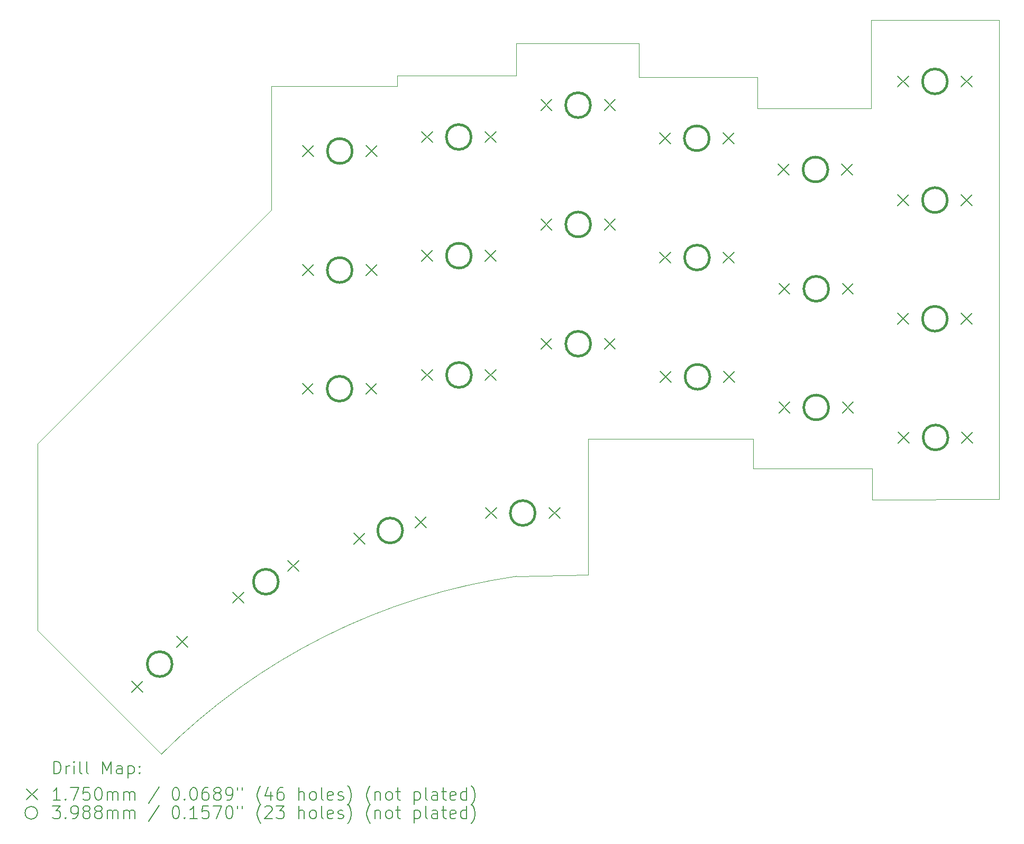
<source format=gbr>
%TF.GenerationSoftware,KiCad,Pcbnew,7.0.10-7.0.10~ubuntu23.10.1*%
%TF.CreationDate,2024-01-07T20:04:24-05:00*%
%TF.ProjectId,Right PCB,52696768-7420-4504-9342-2e6b69636164,rev?*%
%TF.SameCoordinates,Original*%
%TF.FileFunction,Drillmap*%
%TF.FilePolarity,Positive*%
%FSLAX45Y45*%
G04 Gerber Fmt 4.5, Leading zero omitted, Abs format (unit mm)*
G04 Created by KiCad (PCBNEW 7.0.10-7.0.10~ubuntu23.10.1) date 2024-01-07 20:04:24*
%MOMM*%
%LPD*%
G01*
G04 APERTURE LIST*
%ADD10C,0.100000*%
%ADD11C,0.200000*%
%ADD12C,0.175000*%
%ADD13C,0.398780*%
G04 APERTURE END LIST*
D10*
X7660000Y-7030000D02*
X7660000Y-5050000D01*
X3920000Y-10770000D02*
X7660000Y-7030000D01*
X3920000Y-13760000D02*
X3920000Y-10770000D01*
X9670000Y-5050000D02*
X7660000Y-5050000D01*
X17280000Y-11170000D02*
X17280000Y-11670000D01*
X17260000Y-3990000D02*
X17260000Y-5120000D01*
X15440000Y-4900000D02*
X13540000Y-4900000D01*
X12730000Y-10690000D02*
X15370000Y-10690000D01*
X19310000Y-4070000D02*
X19310000Y-3990000D01*
X13540000Y-4360000D02*
X11580000Y-4360000D01*
X11580000Y-4880000D02*
X9680000Y-4880000D01*
X17260000Y-5400000D02*
X15440000Y-5400000D01*
X19310000Y-4070000D02*
X19310000Y-11660000D01*
X11585825Y-12893208D02*
G75*
G03*
X5899824Y-15739824I1434175J-9966792D01*
G01*
X15440000Y-5400000D02*
X15440000Y-4900000D01*
X9670000Y-4880000D02*
X9670000Y-5050000D01*
X11585825Y-12893208D02*
X12730000Y-12870000D01*
X12730000Y-12870000D02*
X12730000Y-10690000D01*
X13540000Y-4900000D02*
X13540000Y-4360000D01*
X17260000Y-5120000D02*
X17260000Y-5400000D01*
X15370000Y-11170000D02*
X17280000Y-11170000D01*
X17280000Y-11670000D02*
X19310000Y-11660000D01*
X9670000Y-4880000D02*
X9680000Y-4880000D01*
X11580000Y-4360000D02*
X11580000Y-4880000D01*
X5899824Y-15739824D02*
X3920000Y-13760000D01*
X15370000Y-10690000D02*
X15370000Y-11170000D01*
X19310000Y-3990000D02*
X17260000Y-3990000D01*
D11*
D12*
X5424080Y-14570920D02*
X5599080Y-14745920D01*
X5599080Y-14570920D02*
X5424080Y-14745920D01*
X6142500Y-13852500D02*
X6317500Y-14027500D01*
X6317500Y-13852500D02*
X6142500Y-14027500D01*
X7042559Y-13146500D02*
X7217559Y-13321500D01*
X7217559Y-13146500D02*
X7042559Y-13321500D01*
X7922441Y-12638500D02*
X8097441Y-12813500D01*
X8097441Y-12638500D02*
X7922441Y-12813500D01*
X8154500Y-9802500D02*
X8329500Y-9977500D01*
X8329500Y-9802500D02*
X8154500Y-9977500D01*
X8156500Y-7902500D02*
X8331500Y-8077500D01*
X8331500Y-7902500D02*
X8156500Y-8077500D01*
X8158500Y-5996500D02*
X8333500Y-6171500D01*
X8333500Y-5996500D02*
X8158500Y-6171500D01*
X8981810Y-12203980D02*
X9156810Y-12378980D01*
X9156810Y-12203980D02*
X8981810Y-12378980D01*
X9170500Y-9802500D02*
X9345500Y-9977500D01*
X9345500Y-9802500D02*
X9170500Y-9977500D01*
X9172500Y-7902500D02*
X9347500Y-8077500D01*
X9347500Y-7902500D02*
X9172500Y-8077500D01*
X9174500Y-5996500D02*
X9349500Y-6171500D01*
X9349500Y-5996500D02*
X9174500Y-6171500D01*
X9963190Y-11941020D02*
X10138190Y-12116020D01*
X10138190Y-11941020D02*
X9963190Y-12116020D01*
X10062500Y-5772500D02*
X10237500Y-5947500D01*
X10237500Y-5772500D02*
X10062500Y-5947500D01*
X10064500Y-7672500D02*
X10239500Y-7847500D01*
X10239500Y-7672500D02*
X10064500Y-7847500D01*
X10066500Y-9582500D02*
X10241500Y-9757500D01*
X10241500Y-9582500D02*
X10066500Y-9757500D01*
X11078500Y-5772500D02*
X11253500Y-5947500D01*
X11253500Y-5772500D02*
X11078500Y-5947500D01*
X11080500Y-7672500D02*
X11255500Y-7847500D01*
X11255500Y-7672500D02*
X11080500Y-7847500D01*
X11082500Y-9582500D02*
X11257500Y-9757500D01*
X11257500Y-9582500D02*
X11082500Y-9757500D01*
X11086500Y-11792500D02*
X11261500Y-11967500D01*
X11261500Y-11792500D02*
X11086500Y-11967500D01*
X11972500Y-5262500D02*
X12147500Y-5437500D01*
X12147500Y-5262500D02*
X11972500Y-5437500D01*
X11974500Y-7172500D02*
X12149500Y-7347500D01*
X12149500Y-7172500D02*
X11974500Y-7347500D01*
X11974500Y-9082500D02*
X12149500Y-9257500D01*
X12149500Y-9082500D02*
X11974500Y-9257500D01*
X12102500Y-11792500D02*
X12277500Y-11967500D01*
X12277500Y-11792500D02*
X12102500Y-11967500D01*
X12988500Y-5262500D02*
X13163500Y-5437500D01*
X13163500Y-5262500D02*
X12988500Y-5437500D01*
X12990500Y-7172500D02*
X13165500Y-7347500D01*
X13165500Y-7172500D02*
X12990500Y-7347500D01*
X12990500Y-9082500D02*
X13165500Y-9257500D01*
X13165500Y-9082500D02*
X12990500Y-9257500D01*
X13872500Y-5792500D02*
X14047500Y-5967500D01*
X14047500Y-5792500D02*
X13872500Y-5967500D01*
X13876500Y-7702500D02*
X14051500Y-7877500D01*
X14051500Y-7702500D02*
X13876500Y-7877500D01*
X13884500Y-9612500D02*
X14059500Y-9787500D01*
X14059500Y-9612500D02*
X13884500Y-9787500D01*
X14888500Y-5792500D02*
X15063500Y-5967500D01*
X15063500Y-5792500D02*
X14888500Y-5967500D01*
X14892500Y-7702500D02*
X15067500Y-7877500D01*
X15067500Y-7702500D02*
X14892500Y-7877500D01*
X14900500Y-9612500D02*
X15075500Y-9787500D01*
X15075500Y-9612500D02*
X14900500Y-9787500D01*
X15772500Y-6292500D02*
X15947500Y-6467500D01*
X15947500Y-6292500D02*
X15772500Y-6467500D01*
X15784500Y-8202500D02*
X15959500Y-8377500D01*
X15959500Y-8202500D02*
X15784500Y-8377500D01*
X15784500Y-10102500D02*
X15959500Y-10277500D01*
X15959500Y-10102500D02*
X15784500Y-10277500D01*
X16788500Y-6292500D02*
X16963500Y-6467500D01*
X16963500Y-6292500D02*
X16788500Y-6467500D01*
X16800500Y-8202500D02*
X16975500Y-8377500D01*
X16975500Y-8202500D02*
X16800500Y-8377500D01*
X16800500Y-10102500D02*
X16975500Y-10277500D01*
X16975500Y-10102500D02*
X16800500Y-10277500D01*
X17684500Y-4882500D02*
X17859500Y-5057500D01*
X17859500Y-4882500D02*
X17684500Y-5057500D01*
X17684500Y-6782500D02*
X17859500Y-6957500D01*
X17859500Y-6782500D02*
X17684500Y-6957500D01*
X17684500Y-8682500D02*
X17859500Y-8857500D01*
X17859500Y-8682500D02*
X17684500Y-8857500D01*
X17694500Y-10582500D02*
X17869500Y-10757500D01*
X17869500Y-10582500D02*
X17694500Y-10757500D01*
X18700500Y-4882500D02*
X18875500Y-5057500D01*
X18875500Y-4882500D02*
X18700500Y-5057500D01*
X18700500Y-6782500D02*
X18875500Y-6957500D01*
X18875500Y-6782500D02*
X18700500Y-6957500D01*
X18700500Y-8682500D02*
X18875500Y-8857500D01*
X18875500Y-8682500D02*
X18700500Y-8857500D01*
X18710500Y-10582500D02*
X18885500Y-10757500D01*
X18885500Y-10582500D02*
X18710500Y-10757500D01*
D13*
X6070180Y-14299210D02*
G75*
G03*
X5671400Y-14299210I-199390J0D01*
G01*
X5671400Y-14299210D02*
G75*
G03*
X6070180Y-14299210I199390J0D01*
G01*
X7769390Y-12980000D02*
G75*
G03*
X7370610Y-12980000I-199390J0D01*
G01*
X7370610Y-12980000D02*
G75*
G03*
X7769390Y-12980000I199390J0D01*
G01*
X8949390Y-9890000D02*
G75*
G03*
X8550610Y-9890000I-199390J0D01*
G01*
X8550610Y-9890000D02*
G75*
G03*
X8949390Y-9890000I199390J0D01*
G01*
X8951390Y-7990000D02*
G75*
G03*
X8552610Y-7990000I-199390J0D01*
G01*
X8552610Y-7990000D02*
G75*
G03*
X8951390Y-7990000I199390J0D01*
G01*
X8953390Y-6084000D02*
G75*
G03*
X8554610Y-6084000I-199390J0D01*
G01*
X8554610Y-6084000D02*
G75*
G03*
X8953390Y-6084000I199390J0D01*
G01*
X9759390Y-12160000D02*
G75*
G03*
X9360610Y-12160000I-199390J0D01*
G01*
X9360610Y-12160000D02*
G75*
G03*
X9759390Y-12160000I199390J0D01*
G01*
X10857390Y-5860000D02*
G75*
G03*
X10458610Y-5860000I-199390J0D01*
G01*
X10458610Y-5860000D02*
G75*
G03*
X10857390Y-5860000I199390J0D01*
G01*
X10859390Y-7760000D02*
G75*
G03*
X10460610Y-7760000I-199390J0D01*
G01*
X10460610Y-7760000D02*
G75*
G03*
X10859390Y-7760000I199390J0D01*
G01*
X10861390Y-9670000D02*
G75*
G03*
X10462610Y-9670000I-199390J0D01*
G01*
X10462610Y-9670000D02*
G75*
G03*
X10861390Y-9670000I199390J0D01*
G01*
X11881390Y-11880000D02*
G75*
G03*
X11482610Y-11880000I-199390J0D01*
G01*
X11482610Y-11880000D02*
G75*
G03*
X11881390Y-11880000I199390J0D01*
G01*
X12767390Y-5350000D02*
G75*
G03*
X12368610Y-5350000I-199390J0D01*
G01*
X12368610Y-5350000D02*
G75*
G03*
X12767390Y-5350000I199390J0D01*
G01*
X12769390Y-7260000D02*
G75*
G03*
X12370610Y-7260000I-199390J0D01*
G01*
X12370610Y-7260000D02*
G75*
G03*
X12769390Y-7260000I199390J0D01*
G01*
X12769390Y-9170000D02*
G75*
G03*
X12370610Y-9170000I-199390J0D01*
G01*
X12370610Y-9170000D02*
G75*
G03*
X12769390Y-9170000I199390J0D01*
G01*
X14667390Y-5880000D02*
G75*
G03*
X14268610Y-5880000I-199390J0D01*
G01*
X14268610Y-5880000D02*
G75*
G03*
X14667390Y-5880000I199390J0D01*
G01*
X14671390Y-7790000D02*
G75*
G03*
X14272610Y-7790000I-199390J0D01*
G01*
X14272610Y-7790000D02*
G75*
G03*
X14671390Y-7790000I199390J0D01*
G01*
X14679390Y-9700000D02*
G75*
G03*
X14280610Y-9700000I-199390J0D01*
G01*
X14280610Y-9700000D02*
G75*
G03*
X14679390Y-9700000I199390J0D01*
G01*
X16567390Y-6380000D02*
G75*
G03*
X16168610Y-6380000I-199390J0D01*
G01*
X16168610Y-6380000D02*
G75*
G03*
X16567390Y-6380000I199390J0D01*
G01*
X16579390Y-8290000D02*
G75*
G03*
X16180610Y-8290000I-199390J0D01*
G01*
X16180610Y-8290000D02*
G75*
G03*
X16579390Y-8290000I199390J0D01*
G01*
X16579390Y-10190000D02*
G75*
G03*
X16180610Y-10190000I-199390J0D01*
G01*
X16180610Y-10190000D02*
G75*
G03*
X16579390Y-10190000I199390J0D01*
G01*
X18479390Y-4970000D02*
G75*
G03*
X18080610Y-4970000I-199390J0D01*
G01*
X18080610Y-4970000D02*
G75*
G03*
X18479390Y-4970000I199390J0D01*
G01*
X18479390Y-6870000D02*
G75*
G03*
X18080610Y-6870000I-199390J0D01*
G01*
X18080610Y-6870000D02*
G75*
G03*
X18479390Y-6870000I199390J0D01*
G01*
X18479390Y-8770000D02*
G75*
G03*
X18080610Y-8770000I-199390J0D01*
G01*
X18080610Y-8770000D02*
G75*
G03*
X18479390Y-8770000I199390J0D01*
G01*
X18489390Y-10670000D02*
G75*
G03*
X18090610Y-10670000I-199390J0D01*
G01*
X18090610Y-10670000D02*
G75*
G03*
X18489390Y-10670000I199390J0D01*
G01*
D11*
X4175777Y-16056308D02*
X4175777Y-15856308D01*
X4175777Y-15856308D02*
X4223396Y-15856308D01*
X4223396Y-15856308D02*
X4251967Y-15865832D01*
X4251967Y-15865832D02*
X4271015Y-15884880D01*
X4271015Y-15884880D02*
X4280539Y-15903927D01*
X4280539Y-15903927D02*
X4290063Y-15942022D01*
X4290063Y-15942022D02*
X4290063Y-15970594D01*
X4290063Y-15970594D02*
X4280539Y-16008689D01*
X4280539Y-16008689D02*
X4271015Y-16027737D01*
X4271015Y-16027737D02*
X4251967Y-16046784D01*
X4251967Y-16046784D02*
X4223396Y-16056308D01*
X4223396Y-16056308D02*
X4175777Y-16056308D01*
X4375777Y-16056308D02*
X4375777Y-15922975D01*
X4375777Y-15961070D02*
X4385301Y-15942022D01*
X4385301Y-15942022D02*
X4394824Y-15932499D01*
X4394824Y-15932499D02*
X4413872Y-15922975D01*
X4413872Y-15922975D02*
X4432920Y-15922975D01*
X4499586Y-16056308D02*
X4499586Y-15922975D01*
X4499586Y-15856308D02*
X4490063Y-15865832D01*
X4490063Y-15865832D02*
X4499586Y-15875356D01*
X4499586Y-15875356D02*
X4509110Y-15865832D01*
X4509110Y-15865832D02*
X4499586Y-15856308D01*
X4499586Y-15856308D02*
X4499586Y-15875356D01*
X4623396Y-16056308D02*
X4604348Y-16046784D01*
X4604348Y-16046784D02*
X4594824Y-16027737D01*
X4594824Y-16027737D02*
X4594824Y-15856308D01*
X4728158Y-16056308D02*
X4709110Y-16046784D01*
X4709110Y-16046784D02*
X4699586Y-16027737D01*
X4699586Y-16027737D02*
X4699586Y-15856308D01*
X4956729Y-16056308D02*
X4956729Y-15856308D01*
X4956729Y-15856308D02*
X5023396Y-15999165D01*
X5023396Y-15999165D02*
X5090063Y-15856308D01*
X5090063Y-15856308D02*
X5090063Y-16056308D01*
X5271015Y-16056308D02*
X5271015Y-15951546D01*
X5271015Y-15951546D02*
X5261491Y-15932499D01*
X5261491Y-15932499D02*
X5242444Y-15922975D01*
X5242444Y-15922975D02*
X5204348Y-15922975D01*
X5204348Y-15922975D02*
X5185301Y-15932499D01*
X5271015Y-16046784D02*
X5251967Y-16056308D01*
X5251967Y-16056308D02*
X5204348Y-16056308D01*
X5204348Y-16056308D02*
X5185301Y-16046784D01*
X5185301Y-16046784D02*
X5175777Y-16027737D01*
X5175777Y-16027737D02*
X5175777Y-16008689D01*
X5175777Y-16008689D02*
X5185301Y-15989642D01*
X5185301Y-15989642D02*
X5204348Y-15980118D01*
X5204348Y-15980118D02*
X5251967Y-15980118D01*
X5251967Y-15980118D02*
X5271015Y-15970594D01*
X5366253Y-15922975D02*
X5366253Y-16122975D01*
X5366253Y-15932499D02*
X5385301Y-15922975D01*
X5385301Y-15922975D02*
X5423396Y-15922975D01*
X5423396Y-15922975D02*
X5442444Y-15932499D01*
X5442444Y-15932499D02*
X5451967Y-15942022D01*
X5451967Y-15942022D02*
X5461491Y-15961070D01*
X5461491Y-15961070D02*
X5461491Y-16018213D01*
X5461491Y-16018213D02*
X5451967Y-16037261D01*
X5451967Y-16037261D02*
X5442444Y-16046784D01*
X5442444Y-16046784D02*
X5423396Y-16056308D01*
X5423396Y-16056308D02*
X5385301Y-16056308D01*
X5385301Y-16056308D02*
X5366253Y-16046784D01*
X5547205Y-16037261D02*
X5556729Y-16046784D01*
X5556729Y-16046784D02*
X5547205Y-16056308D01*
X5547205Y-16056308D02*
X5537682Y-16046784D01*
X5537682Y-16046784D02*
X5547205Y-16037261D01*
X5547205Y-16037261D02*
X5547205Y-16056308D01*
X5547205Y-15932499D02*
X5556729Y-15942022D01*
X5556729Y-15942022D02*
X5547205Y-15951546D01*
X5547205Y-15951546D02*
X5537682Y-15942022D01*
X5537682Y-15942022D02*
X5547205Y-15932499D01*
X5547205Y-15932499D02*
X5547205Y-15951546D01*
D12*
X3740000Y-16297324D02*
X3915000Y-16472324D01*
X3915000Y-16297324D02*
X3740000Y-16472324D01*
D11*
X4280539Y-16476308D02*
X4166253Y-16476308D01*
X4223396Y-16476308D02*
X4223396Y-16276308D01*
X4223396Y-16276308D02*
X4204348Y-16304880D01*
X4204348Y-16304880D02*
X4185301Y-16323927D01*
X4185301Y-16323927D02*
X4166253Y-16333451D01*
X4366253Y-16457261D02*
X4375777Y-16466784D01*
X4375777Y-16466784D02*
X4366253Y-16476308D01*
X4366253Y-16476308D02*
X4356729Y-16466784D01*
X4356729Y-16466784D02*
X4366253Y-16457261D01*
X4366253Y-16457261D02*
X4366253Y-16476308D01*
X4442444Y-16276308D02*
X4575777Y-16276308D01*
X4575777Y-16276308D02*
X4490063Y-16476308D01*
X4747205Y-16276308D02*
X4651967Y-16276308D01*
X4651967Y-16276308D02*
X4642444Y-16371546D01*
X4642444Y-16371546D02*
X4651967Y-16362022D01*
X4651967Y-16362022D02*
X4671015Y-16352499D01*
X4671015Y-16352499D02*
X4718634Y-16352499D01*
X4718634Y-16352499D02*
X4737682Y-16362022D01*
X4737682Y-16362022D02*
X4747205Y-16371546D01*
X4747205Y-16371546D02*
X4756729Y-16390594D01*
X4756729Y-16390594D02*
X4756729Y-16438213D01*
X4756729Y-16438213D02*
X4747205Y-16457261D01*
X4747205Y-16457261D02*
X4737682Y-16466784D01*
X4737682Y-16466784D02*
X4718634Y-16476308D01*
X4718634Y-16476308D02*
X4671015Y-16476308D01*
X4671015Y-16476308D02*
X4651967Y-16466784D01*
X4651967Y-16466784D02*
X4642444Y-16457261D01*
X4880539Y-16276308D02*
X4899586Y-16276308D01*
X4899586Y-16276308D02*
X4918634Y-16285832D01*
X4918634Y-16285832D02*
X4928158Y-16295356D01*
X4928158Y-16295356D02*
X4937682Y-16314403D01*
X4937682Y-16314403D02*
X4947205Y-16352499D01*
X4947205Y-16352499D02*
X4947205Y-16400118D01*
X4947205Y-16400118D02*
X4937682Y-16438213D01*
X4937682Y-16438213D02*
X4928158Y-16457261D01*
X4928158Y-16457261D02*
X4918634Y-16466784D01*
X4918634Y-16466784D02*
X4899586Y-16476308D01*
X4899586Y-16476308D02*
X4880539Y-16476308D01*
X4880539Y-16476308D02*
X4861491Y-16466784D01*
X4861491Y-16466784D02*
X4851967Y-16457261D01*
X4851967Y-16457261D02*
X4842444Y-16438213D01*
X4842444Y-16438213D02*
X4832920Y-16400118D01*
X4832920Y-16400118D02*
X4832920Y-16352499D01*
X4832920Y-16352499D02*
X4842444Y-16314403D01*
X4842444Y-16314403D02*
X4851967Y-16295356D01*
X4851967Y-16295356D02*
X4861491Y-16285832D01*
X4861491Y-16285832D02*
X4880539Y-16276308D01*
X5032920Y-16476308D02*
X5032920Y-16342975D01*
X5032920Y-16362022D02*
X5042444Y-16352499D01*
X5042444Y-16352499D02*
X5061491Y-16342975D01*
X5061491Y-16342975D02*
X5090063Y-16342975D01*
X5090063Y-16342975D02*
X5109110Y-16352499D01*
X5109110Y-16352499D02*
X5118634Y-16371546D01*
X5118634Y-16371546D02*
X5118634Y-16476308D01*
X5118634Y-16371546D02*
X5128158Y-16352499D01*
X5128158Y-16352499D02*
X5147205Y-16342975D01*
X5147205Y-16342975D02*
X5175777Y-16342975D01*
X5175777Y-16342975D02*
X5194825Y-16352499D01*
X5194825Y-16352499D02*
X5204348Y-16371546D01*
X5204348Y-16371546D02*
X5204348Y-16476308D01*
X5299586Y-16476308D02*
X5299586Y-16342975D01*
X5299586Y-16362022D02*
X5309110Y-16352499D01*
X5309110Y-16352499D02*
X5328158Y-16342975D01*
X5328158Y-16342975D02*
X5356729Y-16342975D01*
X5356729Y-16342975D02*
X5375777Y-16352499D01*
X5375777Y-16352499D02*
X5385301Y-16371546D01*
X5385301Y-16371546D02*
X5385301Y-16476308D01*
X5385301Y-16371546D02*
X5394825Y-16352499D01*
X5394825Y-16352499D02*
X5413872Y-16342975D01*
X5413872Y-16342975D02*
X5442444Y-16342975D01*
X5442444Y-16342975D02*
X5461491Y-16352499D01*
X5461491Y-16352499D02*
X5471015Y-16371546D01*
X5471015Y-16371546D02*
X5471015Y-16476308D01*
X5861491Y-16266784D02*
X5690063Y-16523927D01*
X6118634Y-16276308D02*
X6137682Y-16276308D01*
X6137682Y-16276308D02*
X6156729Y-16285832D01*
X6156729Y-16285832D02*
X6166253Y-16295356D01*
X6166253Y-16295356D02*
X6175777Y-16314403D01*
X6175777Y-16314403D02*
X6185301Y-16352499D01*
X6185301Y-16352499D02*
X6185301Y-16400118D01*
X6185301Y-16400118D02*
X6175777Y-16438213D01*
X6175777Y-16438213D02*
X6166253Y-16457261D01*
X6166253Y-16457261D02*
X6156729Y-16466784D01*
X6156729Y-16466784D02*
X6137682Y-16476308D01*
X6137682Y-16476308D02*
X6118634Y-16476308D01*
X6118634Y-16476308D02*
X6099586Y-16466784D01*
X6099586Y-16466784D02*
X6090063Y-16457261D01*
X6090063Y-16457261D02*
X6080539Y-16438213D01*
X6080539Y-16438213D02*
X6071015Y-16400118D01*
X6071015Y-16400118D02*
X6071015Y-16352499D01*
X6071015Y-16352499D02*
X6080539Y-16314403D01*
X6080539Y-16314403D02*
X6090063Y-16295356D01*
X6090063Y-16295356D02*
X6099586Y-16285832D01*
X6099586Y-16285832D02*
X6118634Y-16276308D01*
X6271015Y-16457261D02*
X6280539Y-16466784D01*
X6280539Y-16466784D02*
X6271015Y-16476308D01*
X6271015Y-16476308D02*
X6261491Y-16466784D01*
X6261491Y-16466784D02*
X6271015Y-16457261D01*
X6271015Y-16457261D02*
X6271015Y-16476308D01*
X6404348Y-16276308D02*
X6423396Y-16276308D01*
X6423396Y-16276308D02*
X6442444Y-16285832D01*
X6442444Y-16285832D02*
X6451967Y-16295356D01*
X6451967Y-16295356D02*
X6461491Y-16314403D01*
X6461491Y-16314403D02*
X6471015Y-16352499D01*
X6471015Y-16352499D02*
X6471015Y-16400118D01*
X6471015Y-16400118D02*
X6461491Y-16438213D01*
X6461491Y-16438213D02*
X6451967Y-16457261D01*
X6451967Y-16457261D02*
X6442444Y-16466784D01*
X6442444Y-16466784D02*
X6423396Y-16476308D01*
X6423396Y-16476308D02*
X6404348Y-16476308D01*
X6404348Y-16476308D02*
X6385301Y-16466784D01*
X6385301Y-16466784D02*
X6375777Y-16457261D01*
X6375777Y-16457261D02*
X6366253Y-16438213D01*
X6366253Y-16438213D02*
X6356729Y-16400118D01*
X6356729Y-16400118D02*
X6356729Y-16352499D01*
X6356729Y-16352499D02*
X6366253Y-16314403D01*
X6366253Y-16314403D02*
X6375777Y-16295356D01*
X6375777Y-16295356D02*
X6385301Y-16285832D01*
X6385301Y-16285832D02*
X6404348Y-16276308D01*
X6642444Y-16276308D02*
X6604348Y-16276308D01*
X6604348Y-16276308D02*
X6585301Y-16285832D01*
X6585301Y-16285832D02*
X6575777Y-16295356D01*
X6575777Y-16295356D02*
X6556729Y-16323927D01*
X6556729Y-16323927D02*
X6547206Y-16362022D01*
X6547206Y-16362022D02*
X6547206Y-16438213D01*
X6547206Y-16438213D02*
X6556729Y-16457261D01*
X6556729Y-16457261D02*
X6566253Y-16466784D01*
X6566253Y-16466784D02*
X6585301Y-16476308D01*
X6585301Y-16476308D02*
X6623396Y-16476308D01*
X6623396Y-16476308D02*
X6642444Y-16466784D01*
X6642444Y-16466784D02*
X6651967Y-16457261D01*
X6651967Y-16457261D02*
X6661491Y-16438213D01*
X6661491Y-16438213D02*
X6661491Y-16390594D01*
X6661491Y-16390594D02*
X6651967Y-16371546D01*
X6651967Y-16371546D02*
X6642444Y-16362022D01*
X6642444Y-16362022D02*
X6623396Y-16352499D01*
X6623396Y-16352499D02*
X6585301Y-16352499D01*
X6585301Y-16352499D02*
X6566253Y-16362022D01*
X6566253Y-16362022D02*
X6556729Y-16371546D01*
X6556729Y-16371546D02*
X6547206Y-16390594D01*
X6775777Y-16362022D02*
X6756729Y-16352499D01*
X6756729Y-16352499D02*
X6747206Y-16342975D01*
X6747206Y-16342975D02*
X6737682Y-16323927D01*
X6737682Y-16323927D02*
X6737682Y-16314403D01*
X6737682Y-16314403D02*
X6747206Y-16295356D01*
X6747206Y-16295356D02*
X6756729Y-16285832D01*
X6756729Y-16285832D02*
X6775777Y-16276308D01*
X6775777Y-16276308D02*
X6813872Y-16276308D01*
X6813872Y-16276308D02*
X6832920Y-16285832D01*
X6832920Y-16285832D02*
X6842444Y-16295356D01*
X6842444Y-16295356D02*
X6851967Y-16314403D01*
X6851967Y-16314403D02*
X6851967Y-16323927D01*
X6851967Y-16323927D02*
X6842444Y-16342975D01*
X6842444Y-16342975D02*
X6832920Y-16352499D01*
X6832920Y-16352499D02*
X6813872Y-16362022D01*
X6813872Y-16362022D02*
X6775777Y-16362022D01*
X6775777Y-16362022D02*
X6756729Y-16371546D01*
X6756729Y-16371546D02*
X6747206Y-16381070D01*
X6747206Y-16381070D02*
X6737682Y-16400118D01*
X6737682Y-16400118D02*
X6737682Y-16438213D01*
X6737682Y-16438213D02*
X6747206Y-16457261D01*
X6747206Y-16457261D02*
X6756729Y-16466784D01*
X6756729Y-16466784D02*
X6775777Y-16476308D01*
X6775777Y-16476308D02*
X6813872Y-16476308D01*
X6813872Y-16476308D02*
X6832920Y-16466784D01*
X6832920Y-16466784D02*
X6842444Y-16457261D01*
X6842444Y-16457261D02*
X6851967Y-16438213D01*
X6851967Y-16438213D02*
X6851967Y-16400118D01*
X6851967Y-16400118D02*
X6842444Y-16381070D01*
X6842444Y-16381070D02*
X6832920Y-16371546D01*
X6832920Y-16371546D02*
X6813872Y-16362022D01*
X6947206Y-16476308D02*
X6985301Y-16476308D01*
X6985301Y-16476308D02*
X7004348Y-16466784D01*
X7004348Y-16466784D02*
X7013872Y-16457261D01*
X7013872Y-16457261D02*
X7032920Y-16428689D01*
X7032920Y-16428689D02*
X7042444Y-16390594D01*
X7042444Y-16390594D02*
X7042444Y-16314403D01*
X7042444Y-16314403D02*
X7032920Y-16295356D01*
X7032920Y-16295356D02*
X7023396Y-16285832D01*
X7023396Y-16285832D02*
X7004348Y-16276308D01*
X7004348Y-16276308D02*
X6966253Y-16276308D01*
X6966253Y-16276308D02*
X6947206Y-16285832D01*
X6947206Y-16285832D02*
X6937682Y-16295356D01*
X6937682Y-16295356D02*
X6928158Y-16314403D01*
X6928158Y-16314403D02*
X6928158Y-16362022D01*
X6928158Y-16362022D02*
X6937682Y-16381070D01*
X6937682Y-16381070D02*
X6947206Y-16390594D01*
X6947206Y-16390594D02*
X6966253Y-16400118D01*
X6966253Y-16400118D02*
X7004348Y-16400118D01*
X7004348Y-16400118D02*
X7023396Y-16390594D01*
X7023396Y-16390594D02*
X7032920Y-16381070D01*
X7032920Y-16381070D02*
X7042444Y-16362022D01*
X7118634Y-16276308D02*
X7118634Y-16314403D01*
X7194825Y-16276308D02*
X7194825Y-16314403D01*
X7490063Y-16552499D02*
X7480539Y-16542975D01*
X7480539Y-16542975D02*
X7461491Y-16514403D01*
X7461491Y-16514403D02*
X7451968Y-16495356D01*
X7451968Y-16495356D02*
X7442444Y-16466784D01*
X7442444Y-16466784D02*
X7432920Y-16419165D01*
X7432920Y-16419165D02*
X7432920Y-16381070D01*
X7432920Y-16381070D02*
X7442444Y-16333451D01*
X7442444Y-16333451D02*
X7451968Y-16304880D01*
X7451968Y-16304880D02*
X7461491Y-16285832D01*
X7461491Y-16285832D02*
X7480539Y-16257261D01*
X7480539Y-16257261D02*
X7490063Y-16247737D01*
X7651968Y-16342975D02*
X7651968Y-16476308D01*
X7604348Y-16266784D02*
X7556729Y-16409642D01*
X7556729Y-16409642D02*
X7680539Y-16409642D01*
X7842444Y-16276308D02*
X7804348Y-16276308D01*
X7804348Y-16276308D02*
X7785301Y-16285832D01*
X7785301Y-16285832D02*
X7775777Y-16295356D01*
X7775777Y-16295356D02*
X7756729Y-16323927D01*
X7756729Y-16323927D02*
X7747206Y-16362022D01*
X7747206Y-16362022D02*
X7747206Y-16438213D01*
X7747206Y-16438213D02*
X7756729Y-16457261D01*
X7756729Y-16457261D02*
X7766253Y-16466784D01*
X7766253Y-16466784D02*
X7785301Y-16476308D01*
X7785301Y-16476308D02*
X7823396Y-16476308D01*
X7823396Y-16476308D02*
X7842444Y-16466784D01*
X7842444Y-16466784D02*
X7851968Y-16457261D01*
X7851968Y-16457261D02*
X7861491Y-16438213D01*
X7861491Y-16438213D02*
X7861491Y-16390594D01*
X7861491Y-16390594D02*
X7851968Y-16371546D01*
X7851968Y-16371546D02*
X7842444Y-16362022D01*
X7842444Y-16362022D02*
X7823396Y-16352499D01*
X7823396Y-16352499D02*
X7785301Y-16352499D01*
X7785301Y-16352499D02*
X7766253Y-16362022D01*
X7766253Y-16362022D02*
X7756729Y-16371546D01*
X7756729Y-16371546D02*
X7747206Y-16390594D01*
X8099587Y-16476308D02*
X8099587Y-16276308D01*
X8185301Y-16476308D02*
X8185301Y-16371546D01*
X8185301Y-16371546D02*
X8175777Y-16352499D01*
X8175777Y-16352499D02*
X8156730Y-16342975D01*
X8156730Y-16342975D02*
X8128158Y-16342975D01*
X8128158Y-16342975D02*
X8109110Y-16352499D01*
X8109110Y-16352499D02*
X8099587Y-16362022D01*
X8309110Y-16476308D02*
X8290063Y-16466784D01*
X8290063Y-16466784D02*
X8280539Y-16457261D01*
X8280539Y-16457261D02*
X8271015Y-16438213D01*
X8271015Y-16438213D02*
X8271015Y-16381070D01*
X8271015Y-16381070D02*
X8280539Y-16362022D01*
X8280539Y-16362022D02*
X8290063Y-16352499D01*
X8290063Y-16352499D02*
X8309110Y-16342975D01*
X8309110Y-16342975D02*
X8337682Y-16342975D01*
X8337682Y-16342975D02*
X8356730Y-16352499D01*
X8356730Y-16352499D02*
X8366253Y-16362022D01*
X8366253Y-16362022D02*
X8375777Y-16381070D01*
X8375777Y-16381070D02*
X8375777Y-16438213D01*
X8375777Y-16438213D02*
X8366253Y-16457261D01*
X8366253Y-16457261D02*
X8356730Y-16466784D01*
X8356730Y-16466784D02*
X8337682Y-16476308D01*
X8337682Y-16476308D02*
X8309110Y-16476308D01*
X8490063Y-16476308D02*
X8471015Y-16466784D01*
X8471015Y-16466784D02*
X8461492Y-16447737D01*
X8461492Y-16447737D02*
X8461492Y-16276308D01*
X8642444Y-16466784D02*
X8623396Y-16476308D01*
X8623396Y-16476308D02*
X8585301Y-16476308D01*
X8585301Y-16476308D02*
X8566253Y-16466784D01*
X8566253Y-16466784D02*
X8556730Y-16447737D01*
X8556730Y-16447737D02*
X8556730Y-16371546D01*
X8556730Y-16371546D02*
X8566253Y-16352499D01*
X8566253Y-16352499D02*
X8585301Y-16342975D01*
X8585301Y-16342975D02*
X8623396Y-16342975D01*
X8623396Y-16342975D02*
X8642444Y-16352499D01*
X8642444Y-16352499D02*
X8651968Y-16371546D01*
X8651968Y-16371546D02*
X8651968Y-16390594D01*
X8651968Y-16390594D02*
X8556730Y-16409642D01*
X8728158Y-16466784D02*
X8747206Y-16476308D01*
X8747206Y-16476308D02*
X8785301Y-16476308D01*
X8785301Y-16476308D02*
X8804349Y-16466784D01*
X8804349Y-16466784D02*
X8813873Y-16447737D01*
X8813873Y-16447737D02*
X8813873Y-16438213D01*
X8813873Y-16438213D02*
X8804349Y-16419165D01*
X8804349Y-16419165D02*
X8785301Y-16409642D01*
X8785301Y-16409642D02*
X8756730Y-16409642D01*
X8756730Y-16409642D02*
X8737682Y-16400118D01*
X8737682Y-16400118D02*
X8728158Y-16381070D01*
X8728158Y-16381070D02*
X8728158Y-16371546D01*
X8728158Y-16371546D02*
X8737682Y-16352499D01*
X8737682Y-16352499D02*
X8756730Y-16342975D01*
X8756730Y-16342975D02*
X8785301Y-16342975D01*
X8785301Y-16342975D02*
X8804349Y-16352499D01*
X8880539Y-16552499D02*
X8890063Y-16542975D01*
X8890063Y-16542975D02*
X8909111Y-16514403D01*
X8909111Y-16514403D02*
X8918634Y-16495356D01*
X8918634Y-16495356D02*
X8928158Y-16466784D01*
X8928158Y-16466784D02*
X8937682Y-16419165D01*
X8937682Y-16419165D02*
X8937682Y-16381070D01*
X8937682Y-16381070D02*
X8928158Y-16333451D01*
X8928158Y-16333451D02*
X8918634Y-16304880D01*
X8918634Y-16304880D02*
X8909111Y-16285832D01*
X8909111Y-16285832D02*
X8890063Y-16257261D01*
X8890063Y-16257261D02*
X8880539Y-16247737D01*
X9242444Y-16552499D02*
X9232920Y-16542975D01*
X9232920Y-16542975D02*
X9213873Y-16514403D01*
X9213873Y-16514403D02*
X9204349Y-16495356D01*
X9204349Y-16495356D02*
X9194825Y-16466784D01*
X9194825Y-16466784D02*
X9185301Y-16419165D01*
X9185301Y-16419165D02*
X9185301Y-16381070D01*
X9185301Y-16381070D02*
X9194825Y-16333451D01*
X9194825Y-16333451D02*
X9204349Y-16304880D01*
X9204349Y-16304880D02*
X9213873Y-16285832D01*
X9213873Y-16285832D02*
X9232920Y-16257261D01*
X9232920Y-16257261D02*
X9242444Y-16247737D01*
X9318634Y-16342975D02*
X9318634Y-16476308D01*
X9318634Y-16362022D02*
X9328158Y-16352499D01*
X9328158Y-16352499D02*
X9347206Y-16342975D01*
X9347206Y-16342975D02*
X9375777Y-16342975D01*
X9375777Y-16342975D02*
X9394825Y-16352499D01*
X9394825Y-16352499D02*
X9404349Y-16371546D01*
X9404349Y-16371546D02*
X9404349Y-16476308D01*
X9528158Y-16476308D02*
X9509111Y-16466784D01*
X9509111Y-16466784D02*
X9499587Y-16457261D01*
X9499587Y-16457261D02*
X9490063Y-16438213D01*
X9490063Y-16438213D02*
X9490063Y-16381070D01*
X9490063Y-16381070D02*
X9499587Y-16362022D01*
X9499587Y-16362022D02*
X9509111Y-16352499D01*
X9509111Y-16352499D02*
X9528158Y-16342975D01*
X9528158Y-16342975D02*
X9556730Y-16342975D01*
X9556730Y-16342975D02*
X9575777Y-16352499D01*
X9575777Y-16352499D02*
X9585301Y-16362022D01*
X9585301Y-16362022D02*
X9594825Y-16381070D01*
X9594825Y-16381070D02*
X9594825Y-16438213D01*
X9594825Y-16438213D02*
X9585301Y-16457261D01*
X9585301Y-16457261D02*
X9575777Y-16466784D01*
X9575777Y-16466784D02*
X9556730Y-16476308D01*
X9556730Y-16476308D02*
X9528158Y-16476308D01*
X9651968Y-16342975D02*
X9728158Y-16342975D01*
X9680539Y-16276308D02*
X9680539Y-16447737D01*
X9680539Y-16447737D02*
X9690063Y-16466784D01*
X9690063Y-16466784D02*
X9709111Y-16476308D01*
X9709111Y-16476308D02*
X9728158Y-16476308D01*
X9947206Y-16342975D02*
X9947206Y-16542975D01*
X9947206Y-16352499D02*
X9966254Y-16342975D01*
X9966254Y-16342975D02*
X10004349Y-16342975D01*
X10004349Y-16342975D02*
X10023396Y-16352499D01*
X10023396Y-16352499D02*
X10032920Y-16362022D01*
X10032920Y-16362022D02*
X10042444Y-16381070D01*
X10042444Y-16381070D02*
X10042444Y-16438213D01*
X10042444Y-16438213D02*
X10032920Y-16457261D01*
X10032920Y-16457261D02*
X10023396Y-16466784D01*
X10023396Y-16466784D02*
X10004349Y-16476308D01*
X10004349Y-16476308D02*
X9966254Y-16476308D01*
X9966254Y-16476308D02*
X9947206Y-16466784D01*
X10156730Y-16476308D02*
X10137682Y-16466784D01*
X10137682Y-16466784D02*
X10128158Y-16447737D01*
X10128158Y-16447737D02*
X10128158Y-16276308D01*
X10318635Y-16476308D02*
X10318635Y-16371546D01*
X10318635Y-16371546D02*
X10309111Y-16352499D01*
X10309111Y-16352499D02*
X10290063Y-16342975D01*
X10290063Y-16342975D02*
X10251968Y-16342975D01*
X10251968Y-16342975D02*
X10232920Y-16352499D01*
X10318635Y-16466784D02*
X10299587Y-16476308D01*
X10299587Y-16476308D02*
X10251968Y-16476308D01*
X10251968Y-16476308D02*
X10232920Y-16466784D01*
X10232920Y-16466784D02*
X10223396Y-16447737D01*
X10223396Y-16447737D02*
X10223396Y-16428689D01*
X10223396Y-16428689D02*
X10232920Y-16409642D01*
X10232920Y-16409642D02*
X10251968Y-16400118D01*
X10251968Y-16400118D02*
X10299587Y-16400118D01*
X10299587Y-16400118D02*
X10318635Y-16390594D01*
X10385301Y-16342975D02*
X10461492Y-16342975D01*
X10413873Y-16276308D02*
X10413873Y-16447737D01*
X10413873Y-16447737D02*
X10423396Y-16466784D01*
X10423396Y-16466784D02*
X10442444Y-16476308D01*
X10442444Y-16476308D02*
X10461492Y-16476308D01*
X10604349Y-16466784D02*
X10585301Y-16476308D01*
X10585301Y-16476308D02*
X10547206Y-16476308D01*
X10547206Y-16476308D02*
X10528158Y-16466784D01*
X10528158Y-16466784D02*
X10518635Y-16447737D01*
X10518635Y-16447737D02*
X10518635Y-16371546D01*
X10518635Y-16371546D02*
X10528158Y-16352499D01*
X10528158Y-16352499D02*
X10547206Y-16342975D01*
X10547206Y-16342975D02*
X10585301Y-16342975D01*
X10585301Y-16342975D02*
X10604349Y-16352499D01*
X10604349Y-16352499D02*
X10613873Y-16371546D01*
X10613873Y-16371546D02*
X10613873Y-16390594D01*
X10613873Y-16390594D02*
X10518635Y-16409642D01*
X10785301Y-16476308D02*
X10785301Y-16276308D01*
X10785301Y-16466784D02*
X10766254Y-16476308D01*
X10766254Y-16476308D02*
X10728158Y-16476308D01*
X10728158Y-16476308D02*
X10709111Y-16466784D01*
X10709111Y-16466784D02*
X10699587Y-16457261D01*
X10699587Y-16457261D02*
X10690063Y-16438213D01*
X10690063Y-16438213D02*
X10690063Y-16381070D01*
X10690063Y-16381070D02*
X10699587Y-16362022D01*
X10699587Y-16362022D02*
X10709111Y-16352499D01*
X10709111Y-16352499D02*
X10728158Y-16342975D01*
X10728158Y-16342975D02*
X10766254Y-16342975D01*
X10766254Y-16342975D02*
X10785301Y-16352499D01*
X10861492Y-16552499D02*
X10871016Y-16542975D01*
X10871016Y-16542975D02*
X10890063Y-16514403D01*
X10890063Y-16514403D02*
X10899587Y-16495356D01*
X10899587Y-16495356D02*
X10909111Y-16466784D01*
X10909111Y-16466784D02*
X10918635Y-16419165D01*
X10918635Y-16419165D02*
X10918635Y-16381070D01*
X10918635Y-16381070D02*
X10909111Y-16333451D01*
X10909111Y-16333451D02*
X10899587Y-16304880D01*
X10899587Y-16304880D02*
X10890063Y-16285832D01*
X10890063Y-16285832D02*
X10871016Y-16257261D01*
X10871016Y-16257261D02*
X10861492Y-16247737D01*
X3915000Y-16679824D02*
G75*
G03*
X3715000Y-16679824I-100000J0D01*
G01*
X3715000Y-16679824D02*
G75*
G03*
X3915000Y-16679824I100000J0D01*
G01*
X4156729Y-16571308D02*
X4280539Y-16571308D01*
X4280539Y-16571308D02*
X4213872Y-16647499D01*
X4213872Y-16647499D02*
X4242444Y-16647499D01*
X4242444Y-16647499D02*
X4261491Y-16657022D01*
X4261491Y-16657022D02*
X4271015Y-16666546D01*
X4271015Y-16666546D02*
X4280539Y-16685594D01*
X4280539Y-16685594D02*
X4280539Y-16733213D01*
X4280539Y-16733213D02*
X4271015Y-16752261D01*
X4271015Y-16752261D02*
X4261491Y-16761784D01*
X4261491Y-16761784D02*
X4242444Y-16771308D01*
X4242444Y-16771308D02*
X4185301Y-16771308D01*
X4185301Y-16771308D02*
X4166253Y-16761784D01*
X4166253Y-16761784D02*
X4156729Y-16752261D01*
X4366253Y-16752261D02*
X4375777Y-16761784D01*
X4375777Y-16761784D02*
X4366253Y-16771308D01*
X4366253Y-16771308D02*
X4356729Y-16761784D01*
X4356729Y-16761784D02*
X4366253Y-16752261D01*
X4366253Y-16752261D02*
X4366253Y-16771308D01*
X4471015Y-16771308D02*
X4509110Y-16771308D01*
X4509110Y-16771308D02*
X4528158Y-16761784D01*
X4528158Y-16761784D02*
X4537682Y-16752261D01*
X4537682Y-16752261D02*
X4556729Y-16723689D01*
X4556729Y-16723689D02*
X4566253Y-16685594D01*
X4566253Y-16685594D02*
X4566253Y-16609403D01*
X4566253Y-16609403D02*
X4556729Y-16590356D01*
X4556729Y-16590356D02*
X4547205Y-16580832D01*
X4547205Y-16580832D02*
X4528158Y-16571308D01*
X4528158Y-16571308D02*
X4490063Y-16571308D01*
X4490063Y-16571308D02*
X4471015Y-16580832D01*
X4471015Y-16580832D02*
X4461491Y-16590356D01*
X4461491Y-16590356D02*
X4451967Y-16609403D01*
X4451967Y-16609403D02*
X4451967Y-16657022D01*
X4451967Y-16657022D02*
X4461491Y-16676070D01*
X4461491Y-16676070D02*
X4471015Y-16685594D01*
X4471015Y-16685594D02*
X4490063Y-16695118D01*
X4490063Y-16695118D02*
X4528158Y-16695118D01*
X4528158Y-16695118D02*
X4547205Y-16685594D01*
X4547205Y-16685594D02*
X4556729Y-16676070D01*
X4556729Y-16676070D02*
X4566253Y-16657022D01*
X4680539Y-16657022D02*
X4661491Y-16647499D01*
X4661491Y-16647499D02*
X4651967Y-16637975D01*
X4651967Y-16637975D02*
X4642444Y-16618927D01*
X4642444Y-16618927D02*
X4642444Y-16609403D01*
X4642444Y-16609403D02*
X4651967Y-16590356D01*
X4651967Y-16590356D02*
X4661491Y-16580832D01*
X4661491Y-16580832D02*
X4680539Y-16571308D01*
X4680539Y-16571308D02*
X4718634Y-16571308D01*
X4718634Y-16571308D02*
X4737682Y-16580832D01*
X4737682Y-16580832D02*
X4747205Y-16590356D01*
X4747205Y-16590356D02*
X4756729Y-16609403D01*
X4756729Y-16609403D02*
X4756729Y-16618927D01*
X4756729Y-16618927D02*
X4747205Y-16637975D01*
X4747205Y-16637975D02*
X4737682Y-16647499D01*
X4737682Y-16647499D02*
X4718634Y-16657022D01*
X4718634Y-16657022D02*
X4680539Y-16657022D01*
X4680539Y-16657022D02*
X4661491Y-16666546D01*
X4661491Y-16666546D02*
X4651967Y-16676070D01*
X4651967Y-16676070D02*
X4642444Y-16695118D01*
X4642444Y-16695118D02*
X4642444Y-16733213D01*
X4642444Y-16733213D02*
X4651967Y-16752261D01*
X4651967Y-16752261D02*
X4661491Y-16761784D01*
X4661491Y-16761784D02*
X4680539Y-16771308D01*
X4680539Y-16771308D02*
X4718634Y-16771308D01*
X4718634Y-16771308D02*
X4737682Y-16761784D01*
X4737682Y-16761784D02*
X4747205Y-16752261D01*
X4747205Y-16752261D02*
X4756729Y-16733213D01*
X4756729Y-16733213D02*
X4756729Y-16695118D01*
X4756729Y-16695118D02*
X4747205Y-16676070D01*
X4747205Y-16676070D02*
X4737682Y-16666546D01*
X4737682Y-16666546D02*
X4718634Y-16657022D01*
X4871015Y-16657022D02*
X4851967Y-16647499D01*
X4851967Y-16647499D02*
X4842444Y-16637975D01*
X4842444Y-16637975D02*
X4832920Y-16618927D01*
X4832920Y-16618927D02*
X4832920Y-16609403D01*
X4832920Y-16609403D02*
X4842444Y-16590356D01*
X4842444Y-16590356D02*
X4851967Y-16580832D01*
X4851967Y-16580832D02*
X4871015Y-16571308D01*
X4871015Y-16571308D02*
X4909110Y-16571308D01*
X4909110Y-16571308D02*
X4928158Y-16580832D01*
X4928158Y-16580832D02*
X4937682Y-16590356D01*
X4937682Y-16590356D02*
X4947205Y-16609403D01*
X4947205Y-16609403D02*
X4947205Y-16618927D01*
X4947205Y-16618927D02*
X4937682Y-16637975D01*
X4937682Y-16637975D02*
X4928158Y-16647499D01*
X4928158Y-16647499D02*
X4909110Y-16657022D01*
X4909110Y-16657022D02*
X4871015Y-16657022D01*
X4871015Y-16657022D02*
X4851967Y-16666546D01*
X4851967Y-16666546D02*
X4842444Y-16676070D01*
X4842444Y-16676070D02*
X4832920Y-16695118D01*
X4832920Y-16695118D02*
X4832920Y-16733213D01*
X4832920Y-16733213D02*
X4842444Y-16752261D01*
X4842444Y-16752261D02*
X4851967Y-16761784D01*
X4851967Y-16761784D02*
X4871015Y-16771308D01*
X4871015Y-16771308D02*
X4909110Y-16771308D01*
X4909110Y-16771308D02*
X4928158Y-16761784D01*
X4928158Y-16761784D02*
X4937682Y-16752261D01*
X4937682Y-16752261D02*
X4947205Y-16733213D01*
X4947205Y-16733213D02*
X4947205Y-16695118D01*
X4947205Y-16695118D02*
X4937682Y-16676070D01*
X4937682Y-16676070D02*
X4928158Y-16666546D01*
X4928158Y-16666546D02*
X4909110Y-16657022D01*
X5032920Y-16771308D02*
X5032920Y-16637975D01*
X5032920Y-16657022D02*
X5042444Y-16647499D01*
X5042444Y-16647499D02*
X5061491Y-16637975D01*
X5061491Y-16637975D02*
X5090063Y-16637975D01*
X5090063Y-16637975D02*
X5109110Y-16647499D01*
X5109110Y-16647499D02*
X5118634Y-16666546D01*
X5118634Y-16666546D02*
X5118634Y-16771308D01*
X5118634Y-16666546D02*
X5128158Y-16647499D01*
X5128158Y-16647499D02*
X5147205Y-16637975D01*
X5147205Y-16637975D02*
X5175777Y-16637975D01*
X5175777Y-16637975D02*
X5194825Y-16647499D01*
X5194825Y-16647499D02*
X5204348Y-16666546D01*
X5204348Y-16666546D02*
X5204348Y-16771308D01*
X5299586Y-16771308D02*
X5299586Y-16637975D01*
X5299586Y-16657022D02*
X5309110Y-16647499D01*
X5309110Y-16647499D02*
X5328158Y-16637975D01*
X5328158Y-16637975D02*
X5356729Y-16637975D01*
X5356729Y-16637975D02*
X5375777Y-16647499D01*
X5375777Y-16647499D02*
X5385301Y-16666546D01*
X5385301Y-16666546D02*
X5385301Y-16771308D01*
X5385301Y-16666546D02*
X5394825Y-16647499D01*
X5394825Y-16647499D02*
X5413872Y-16637975D01*
X5413872Y-16637975D02*
X5442444Y-16637975D01*
X5442444Y-16637975D02*
X5461491Y-16647499D01*
X5461491Y-16647499D02*
X5471015Y-16666546D01*
X5471015Y-16666546D02*
X5471015Y-16771308D01*
X5861491Y-16561784D02*
X5690063Y-16818927D01*
X6118634Y-16571308D02*
X6137682Y-16571308D01*
X6137682Y-16571308D02*
X6156729Y-16580832D01*
X6156729Y-16580832D02*
X6166253Y-16590356D01*
X6166253Y-16590356D02*
X6175777Y-16609403D01*
X6175777Y-16609403D02*
X6185301Y-16647499D01*
X6185301Y-16647499D02*
X6185301Y-16695118D01*
X6185301Y-16695118D02*
X6175777Y-16733213D01*
X6175777Y-16733213D02*
X6166253Y-16752261D01*
X6166253Y-16752261D02*
X6156729Y-16761784D01*
X6156729Y-16761784D02*
X6137682Y-16771308D01*
X6137682Y-16771308D02*
X6118634Y-16771308D01*
X6118634Y-16771308D02*
X6099586Y-16761784D01*
X6099586Y-16761784D02*
X6090063Y-16752261D01*
X6090063Y-16752261D02*
X6080539Y-16733213D01*
X6080539Y-16733213D02*
X6071015Y-16695118D01*
X6071015Y-16695118D02*
X6071015Y-16647499D01*
X6071015Y-16647499D02*
X6080539Y-16609403D01*
X6080539Y-16609403D02*
X6090063Y-16590356D01*
X6090063Y-16590356D02*
X6099586Y-16580832D01*
X6099586Y-16580832D02*
X6118634Y-16571308D01*
X6271015Y-16752261D02*
X6280539Y-16761784D01*
X6280539Y-16761784D02*
X6271015Y-16771308D01*
X6271015Y-16771308D02*
X6261491Y-16761784D01*
X6261491Y-16761784D02*
X6271015Y-16752261D01*
X6271015Y-16752261D02*
X6271015Y-16771308D01*
X6471015Y-16771308D02*
X6356729Y-16771308D01*
X6413872Y-16771308D02*
X6413872Y-16571308D01*
X6413872Y-16571308D02*
X6394825Y-16599880D01*
X6394825Y-16599880D02*
X6375777Y-16618927D01*
X6375777Y-16618927D02*
X6356729Y-16628451D01*
X6651967Y-16571308D02*
X6556729Y-16571308D01*
X6556729Y-16571308D02*
X6547206Y-16666546D01*
X6547206Y-16666546D02*
X6556729Y-16657022D01*
X6556729Y-16657022D02*
X6575777Y-16647499D01*
X6575777Y-16647499D02*
X6623396Y-16647499D01*
X6623396Y-16647499D02*
X6642444Y-16657022D01*
X6642444Y-16657022D02*
X6651967Y-16666546D01*
X6651967Y-16666546D02*
X6661491Y-16685594D01*
X6661491Y-16685594D02*
X6661491Y-16733213D01*
X6661491Y-16733213D02*
X6651967Y-16752261D01*
X6651967Y-16752261D02*
X6642444Y-16761784D01*
X6642444Y-16761784D02*
X6623396Y-16771308D01*
X6623396Y-16771308D02*
X6575777Y-16771308D01*
X6575777Y-16771308D02*
X6556729Y-16761784D01*
X6556729Y-16761784D02*
X6547206Y-16752261D01*
X6728158Y-16571308D02*
X6861491Y-16571308D01*
X6861491Y-16571308D02*
X6775777Y-16771308D01*
X6975777Y-16571308D02*
X6994825Y-16571308D01*
X6994825Y-16571308D02*
X7013872Y-16580832D01*
X7013872Y-16580832D02*
X7023396Y-16590356D01*
X7023396Y-16590356D02*
X7032920Y-16609403D01*
X7032920Y-16609403D02*
X7042444Y-16647499D01*
X7042444Y-16647499D02*
X7042444Y-16695118D01*
X7042444Y-16695118D02*
X7032920Y-16733213D01*
X7032920Y-16733213D02*
X7023396Y-16752261D01*
X7023396Y-16752261D02*
X7013872Y-16761784D01*
X7013872Y-16761784D02*
X6994825Y-16771308D01*
X6994825Y-16771308D02*
X6975777Y-16771308D01*
X6975777Y-16771308D02*
X6956729Y-16761784D01*
X6956729Y-16761784D02*
X6947206Y-16752261D01*
X6947206Y-16752261D02*
X6937682Y-16733213D01*
X6937682Y-16733213D02*
X6928158Y-16695118D01*
X6928158Y-16695118D02*
X6928158Y-16647499D01*
X6928158Y-16647499D02*
X6937682Y-16609403D01*
X6937682Y-16609403D02*
X6947206Y-16590356D01*
X6947206Y-16590356D02*
X6956729Y-16580832D01*
X6956729Y-16580832D02*
X6975777Y-16571308D01*
X7118634Y-16571308D02*
X7118634Y-16609403D01*
X7194825Y-16571308D02*
X7194825Y-16609403D01*
X7490063Y-16847499D02*
X7480539Y-16837975D01*
X7480539Y-16837975D02*
X7461491Y-16809404D01*
X7461491Y-16809404D02*
X7451968Y-16790356D01*
X7451968Y-16790356D02*
X7442444Y-16761784D01*
X7442444Y-16761784D02*
X7432920Y-16714165D01*
X7432920Y-16714165D02*
X7432920Y-16676070D01*
X7432920Y-16676070D02*
X7442444Y-16628451D01*
X7442444Y-16628451D02*
X7451968Y-16599880D01*
X7451968Y-16599880D02*
X7461491Y-16580832D01*
X7461491Y-16580832D02*
X7480539Y-16552261D01*
X7480539Y-16552261D02*
X7490063Y-16542737D01*
X7556729Y-16590356D02*
X7566253Y-16580832D01*
X7566253Y-16580832D02*
X7585301Y-16571308D01*
X7585301Y-16571308D02*
X7632920Y-16571308D01*
X7632920Y-16571308D02*
X7651968Y-16580832D01*
X7651968Y-16580832D02*
X7661491Y-16590356D01*
X7661491Y-16590356D02*
X7671015Y-16609403D01*
X7671015Y-16609403D02*
X7671015Y-16628451D01*
X7671015Y-16628451D02*
X7661491Y-16657022D01*
X7661491Y-16657022D02*
X7547206Y-16771308D01*
X7547206Y-16771308D02*
X7671015Y-16771308D01*
X7737682Y-16571308D02*
X7861491Y-16571308D01*
X7861491Y-16571308D02*
X7794825Y-16647499D01*
X7794825Y-16647499D02*
X7823396Y-16647499D01*
X7823396Y-16647499D02*
X7842444Y-16657022D01*
X7842444Y-16657022D02*
X7851968Y-16666546D01*
X7851968Y-16666546D02*
X7861491Y-16685594D01*
X7861491Y-16685594D02*
X7861491Y-16733213D01*
X7861491Y-16733213D02*
X7851968Y-16752261D01*
X7851968Y-16752261D02*
X7842444Y-16761784D01*
X7842444Y-16761784D02*
X7823396Y-16771308D01*
X7823396Y-16771308D02*
X7766253Y-16771308D01*
X7766253Y-16771308D02*
X7747206Y-16761784D01*
X7747206Y-16761784D02*
X7737682Y-16752261D01*
X8099587Y-16771308D02*
X8099587Y-16571308D01*
X8185301Y-16771308D02*
X8185301Y-16666546D01*
X8185301Y-16666546D02*
X8175777Y-16647499D01*
X8175777Y-16647499D02*
X8156730Y-16637975D01*
X8156730Y-16637975D02*
X8128158Y-16637975D01*
X8128158Y-16637975D02*
X8109110Y-16647499D01*
X8109110Y-16647499D02*
X8099587Y-16657022D01*
X8309110Y-16771308D02*
X8290063Y-16761784D01*
X8290063Y-16761784D02*
X8280539Y-16752261D01*
X8280539Y-16752261D02*
X8271015Y-16733213D01*
X8271015Y-16733213D02*
X8271015Y-16676070D01*
X8271015Y-16676070D02*
X8280539Y-16657022D01*
X8280539Y-16657022D02*
X8290063Y-16647499D01*
X8290063Y-16647499D02*
X8309110Y-16637975D01*
X8309110Y-16637975D02*
X8337682Y-16637975D01*
X8337682Y-16637975D02*
X8356730Y-16647499D01*
X8356730Y-16647499D02*
X8366253Y-16657022D01*
X8366253Y-16657022D02*
X8375777Y-16676070D01*
X8375777Y-16676070D02*
X8375777Y-16733213D01*
X8375777Y-16733213D02*
X8366253Y-16752261D01*
X8366253Y-16752261D02*
X8356730Y-16761784D01*
X8356730Y-16761784D02*
X8337682Y-16771308D01*
X8337682Y-16771308D02*
X8309110Y-16771308D01*
X8490063Y-16771308D02*
X8471015Y-16761784D01*
X8471015Y-16761784D02*
X8461492Y-16742737D01*
X8461492Y-16742737D02*
X8461492Y-16571308D01*
X8642444Y-16761784D02*
X8623396Y-16771308D01*
X8623396Y-16771308D02*
X8585301Y-16771308D01*
X8585301Y-16771308D02*
X8566253Y-16761784D01*
X8566253Y-16761784D02*
X8556730Y-16742737D01*
X8556730Y-16742737D02*
X8556730Y-16666546D01*
X8556730Y-16666546D02*
X8566253Y-16647499D01*
X8566253Y-16647499D02*
X8585301Y-16637975D01*
X8585301Y-16637975D02*
X8623396Y-16637975D01*
X8623396Y-16637975D02*
X8642444Y-16647499D01*
X8642444Y-16647499D02*
X8651968Y-16666546D01*
X8651968Y-16666546D02*
X8651968Y-16685594D01*
X8651968Y-16685594D02*
X8556730Y-16704642D01*
X8728158Y-16761784D02*
X8747206Y-16771308D01*
X8747206Y-16771308D02*
X8785301Y-16771308D01*
X8785301Y-16771308D02*
X8804349Y-16761784D01*
X8804349Y-16761784D02*
X8813873Y-16742737D01*
X8813873Y-16742737D02*
X8813873Y-16733213D01*
X8813873Y-16733213D02*
X8804349Y-16714165D01*
X8804349Y-16714165D02*
X8785301Y-16704642D01*
X8785301Y-16704642D02*
X8756730Y-16704642D01*
X8756730Y-16704642D02*
X8737682Y-16695118D01*
X8737682Y-16695118D02*
X8728158Y-16676070D01*
X8728158Y-16676070D02*
X8728158Y-16666546D01*
X8728158Y-16666546D02*
X8737682Y-16647499D01*
X8737682Y-16647499D02*
X8756730Y-16637975D01*
X8756730Y-16637975D02*
X8785301Y-16637975D01*
X8785301Y-16637975D02*
X8804349Y-16647499D01*
X8880539Y-16847499D02*
X8890063Y-16837975D01*
X8890063Y-16837975D02*
X8909111Y-16809404D01*
X8909111Y-16809404D02*
X8918634Y-16790356D01*
X8918634Y-16790356D02*
X8928158Y-16761784D01*
X8928158Y-16761784D02*
X8937682Y-16714165D01*
X8937682Y-16714165D02*
X8937682Y-16676070D01*
X8937682Y-16676070D02*
X8928158Y-16628451D01*
X8928158Y-16628451D02*
X8918634Y-16599880D01*
X8918634Y-16599880D02*
X8909111Y-16580832D01*
X8909111Y-16580832D02*
X8890063Y-16552261D01*
X8890063Y-16552261D02*
X8880539Y-16542737D01*
X9242444Y-16847499D02*
X9232920Y-16837975D01*
X9232920Y-16837975D02*
X9213873Y-16809404D01*
X9213873Y-16809404D02*
X9204349Y-16790356D01*
X9204349Y-16790356D02*
X9194825Y-16761784D01*
X9194825Y-16761784D02*
X9185301Y-16714165D01*
X9185301Y-16714165D02*
X9185301Y-16676070D01*
X9185301Y-16676070D02*
X9194825Y-16628451D01*
X9194825Y-16628451D02*
X9204349Y-16599880D01*
X9204349Y-16599880D02*
X9213873Y-16580832D01*
X9213873Y-16580832D02*
X9232920Y-16552261D01*
X9232920Y-16552261D02*
X9242444Y-16542737D01*
X9318634Y-16637975D02*
X9318634Y-16771308D01*
X9318634Y-16657022D02*
X9328158Y-16647499D01*
X9328158Y-16647499D02*
X9347206Y-16637975D01*
X9347206Y-16637975D02*
X9375777Y-16637975D01*
X9375777Y-16637975D02*
X9394825Y-16647499D01*
X9394825Y-16647499D02*
X9404349Y-16666546D01*
X9404349Y-16666546D02*
X9404349Y-16771308D01*
X9528158Y-16771308D02*
X9509111Y-16761784D01*
X9509111Y-16761784D02*
X9499587Y-16752261D01*
X9499587Y-16752261D02*
X9490063Y-16733213D01*
X9490063Y-16733213D02*
X9490063Y-16676070D01*
X9490063Y-16676070D02*
X9499587Y-16657022D01*
X9499587Y-16657022D02*
X9509111Y-16647499D01*
X9509111Y-16647499D02*
X9528158Y-16637975D01*
X9528158Y-16637975D02*
X9556730Y-16637975D01*
X9556730Y-16637975D02*
X9575777Y-16647499D01*
X9575777Y-16647499D02*
X9585301Y-16657022D01*
X9585301Y-16657022D02*
X9594825Y-16676070D01*
X9594825Y-16676070D02*
X9594825Y-16733213D01*
X9594825Y-16733213D02*
X9585301Y-16752261D01*
X9585301Y-16752261D02*
X9575777Y-16761784D01*
X9575777Y-16761784D02*
X9556730Y-16771308D01*
X9556730Y-16771308D02*
X9528158Y-16771308D01*
X9651968Y-16637975D02*
X9728158Y-16637975D01*
X9680539Y-16571308D02*
X9680539Y-16742737D01*
X9680539Y-16742737D02*
X9690063Y-16761784D01*
X9690063Y-16761784D02*
X9709111Y-16771308D01*
X9709111Y-16771308D02*
X9728158Y-16771308D01*
X9947206Y-16637975D02*
X9947206Y-16837975D01*
X9947206Y-16647499D02*
X9966254Y-16637975D01*
X9966254Y-16637975D02*
X10004349Y-16637975D01*
X10004349Y-16637975D02*
X10023396Y-16647499D01*
X10023396Y-16647499D02*
X10032920Y-16657022D01*
X10032920Y-16657022D02*
X10042444Y-16676070D01*
X10042444Y-16676070D02*
X10042444Y-16733213D01*
X10042444Y-16733213D02*
X10032920Y-16752261D01*
X10032920Y-16752261D02*
X10023396Y-16761784D01*
X10023396Y-16761784D02*
X10004349Y-16771308D01*
X10004349Y-16771308D02*
X9966254Y-16771308D01*
X9966254Y-16771308D02*
X9947206Y-16761784D01*
X10156730Y-16771308D02*
X10137682Y-16761784D01*
X10137682Y-16761784D02*
X10128158Y-16742737D01*
X10128158Y-16742737D02*
X10128158Y-16571308D01*
X10318635Y-16771308D02*
X10318635Y-16666546D01*
X10318635Y-16666546D02*
X10309111Y-16647499D01*
X10309111Y-16647499D02*
X10290063Y-16637975D01*
X10290063Y-16637975D02*
X10251968Y-16637975D01*
X10251968Y-16637975D02*
X10232920Y-16647499D01*
X10318635Y-16761784D02*
X10299587Y-16771308D01*
X10299587Y-16771308D02*
X10251968Y-16771308D01*
X10251968Y-16771308D02*
X10232920Y-16761784D01*
X10232920Y-16761784D02*
X10223396Y-16742737D01*
X10223396Y-16742737D02*
X10223396Y-16723689D01*
X10223396Y-16723689D02*
X10232920Y-16704642D01*
X10232920Y-16704642D02*
X10251968Y-16695118D01*
X10251968Y-16695118D02*
X10299587Y-16695118D01*
X10299587Y-16695118D02*
X10318635Y-16685594D01*
X10385301Y-16637975D02*
X10461492Y-16637975D01*
X10413873Y-16571308D02*
X10413873Y-16742737D01*
X10413873Y-16742737D02*
X10423396Y-16761784D01*
X10423396Y-16761784D02*
X10442444Y-16771308D01*
X10442444Y-16771308D02*
X10461492Y-16771308D01*
X10604349Y-16761784D02*
X10585301Y-16771308D01*
X10585301Y-16771308D02*
X10547206Y-16771308D01*
X10547206Y-16771308D02*
X10528158Y-16761784D01*
X10528158Y-16761784D02*
X10518635Y-16742737D01*
X10518635Y-16742737D02*
X10518635Y-16666546D01*
X10518635Y-16666546D02*
X10528158Y-16647499D01*
X10528158Y-16647499D02*
X10547206Y-16637975D01*
X10547206Y-16637975D02*
X10585301Y-16637975D01*
X10585301Y-16637975D02*
X10604349Y-16647499D01*
X10604349Y-16647499D02*
X10613873Y-16666546D01*
X10613873Y-16666546D02*
X10613873Y-16685594D01*
X10613873Y-16685594D02*
X10518635Y-16704642D01*
X10785301Y-16771308D02*
X10785301Y-16571308D01*
X10785301Y-16761784D02*
X10766254Y-16771308D01*
X10766254Y-16771308D02*
X10728158Y-16771308D01*
X10728158Y-16771308D02*
X10709111Y-16761784D01*
X10709111Y-16761784D02*
X10699587Y-16752261D01*
X10699587Y-16752261D02*
X10690063Y-16733213D01*
X10690063Y-16733213D02*
X10690063Y-16676070D01*
X10690063Y-16676070D02*
X10699587Y-16657022D01*
X10699587Y-16657022D02*
X10709111Y-16647499D01*
X10709111Y-16647499D02*
X10728158Y-16637975D01*
X10728158Y-16637975D02*
X10766254Y-16637975D01*
X10766254Y-16637975D02*
X10785301Y-16647499D01*
X10861492Y-16847499D02*
X10871016Y-16837975D01*
X10871016Y-16837975D02*
X10890063Y-16809404D01*
X10890063Y-16809404D02*
X10899587Y-16790356D01*
X10899587Y-16790356D02*
X10909111Y-16761784D01*
X10909111Y-16761784D02*
X10918635Y-16714165D01*
X10918635Y-16714165D02*
X10918635Y-16676070D01*
X10918635Y-16676070D02*
X10909111Y-16628451D01*
X10909111Y-16628451D02*
X10899587Y-16599880D01*
X10899587Y-16599880D02*
X10890063Y-16580832D01*
X10890063Y-16580832D02*
X10871016Y-16552261D01*
X10871016Y-16552261D02*
X10861492Y-16542737D01*
M02*

</source>
